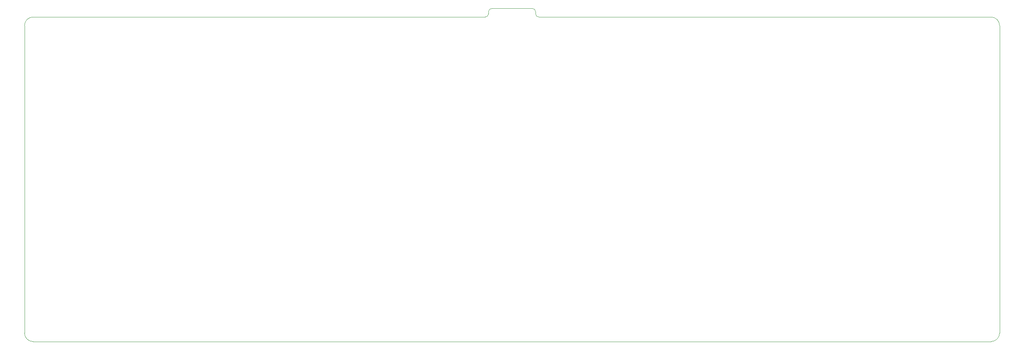
<source format=gbr>
%TF.GenerationSoftware,KiCad,Pcbnew,(6.0.6)*%
%TF.CreationDate,2022-08-30T20:37:50+01:00*%
%TF.ProjectId,RP2040_keyboard,52503230-3430-45f6-9b65-79626f617264,REV1*%
%TF.SameCoordinates,Original*%
%TF.FileFunction,Profile,NP*%
%FSLAX46Y46*%
G04 Gerber Fmt 4.6, Leading zero omitted, Abs format (unit mm)*
G04 Created by KiCad (PCBNEW (6.0.6)) date 2022-08-30 20:37:50*
%MOMM*%
%LPD*%
G01*
G04 APERTURE LIST*
%TA.AperFunction,Profile*%
%ADD10C,0.050000*%
%TD*%
G04 APERTURE END LIST*
D10*
X147250000Y-55000000D02*
X156750000Y-55000000D01*
X157500000Y-55750000D02*
G75*
G03*
X156750000Y-55000000I-750000J0D01*
G01*
X157500000Y-56250000D02*
G75*
G03*
X158250000Y-57000000I750000J0D01*
G01*
X266000000Y-131000000D02*
X266000000Y-59000000D01*
X147250000Y-55000000D02*
G75*
G03*
X146500000Y-55750000I0J-750000D01*
G01*
X264000000Y-57000000D02*
X158250000Y-57000000D01*
X266000000Y-59000000D02*
G75*
G03*
X264000000Y-57000000I-2000000J0D01*
G01*
X264000000Y-133000000D02*
G75*
G03*
X266000000Y-131000000I0J2000000D01*
G01*
X40000000Y-57000000D02*
G75*
G03*
X38000000Y-59000000I0J-2000000D01*
G01*
X145750000Y-57000000D02*
G75*
G03*
X146500000Y-56250000I0J750000D01*
G01*
X38000000Y-59000000D02*
X38000000Y-131000000D01*
X146500000Y-56250000D02*
X146500000Y-55750000D01*
X145750000Y-57000000D02*
X40000000Y-57000000D01*
X40000000Y-133000000D02*
X264000000Y-133000000D01*
X38000000Y-131000000D02*
G75*
G03*
X40000000Y-133000000I2000000J0D01*
G01*
X157500000Y-56250000D02*
X157500000Y-55750000D01*
M02*

</source>
